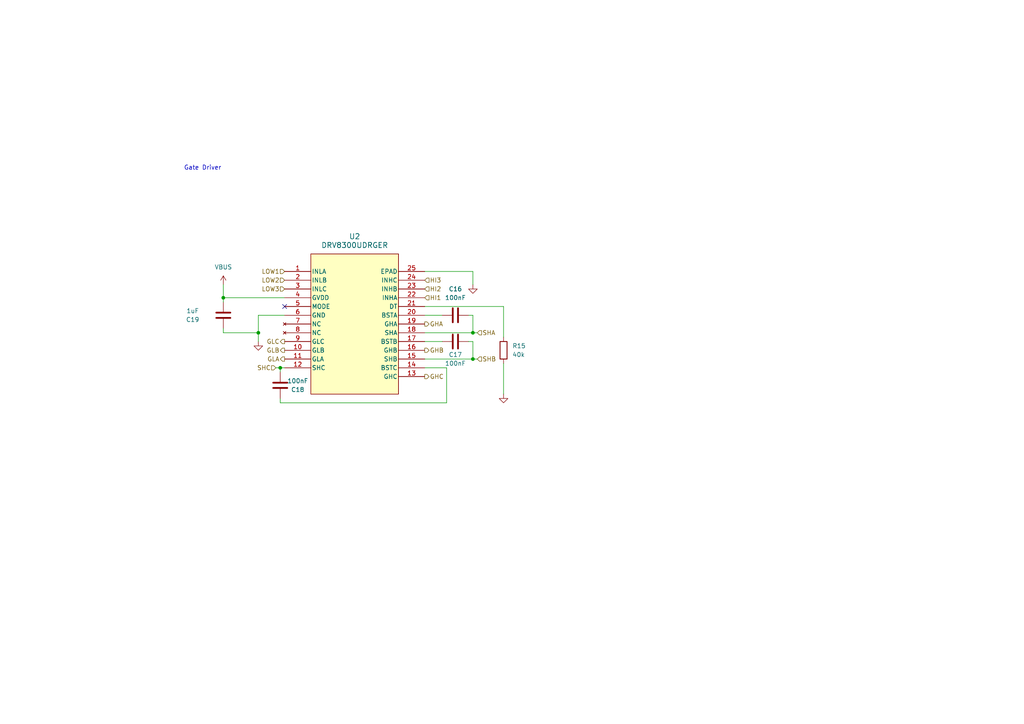
<source format=kicad_sch>
(kicad_sch (version 20230121) (generator eeschema)
  (paper "A4")
  (lib_symbols
    (symbol "Device:C" (pin_numbers hide) (pin_names (offset 0.254))
      (property "Reference" "C" (at 0.635 2.54 0))
      (property "Value" "C" (at 0.635 -2.54 0))
      (symbol "C_0_1"
        (polyline (pts (xy -2.032 -0.762) (xy 2.032 -0.762)) (stroke (width 0.508)))
        (polyline (pts (xy -2.032 0.762) (xy 2.032 0.762)) (stroke (width 0.508)))
      )
      (symbol "C_1_1"
        (pin passive line (at 0 3.81 270) (length 2.794) (name "~") (number "1"))
        (pin passive line (at 0 -3.81 90) (length 2.794) (name "~") (number "2"))
      )
    )
    (symbol "Device:R" (pin_numbers hide) (pin_names (offset 0))
      (property "Reference" "R" (at 2.032 0 90))
      (property "Value" "R" (at 0 0 90))
      (symbol "R_0_1"
        (rectangle (start -1.016 -2.54) (end 1.016 2.54) (stroke (width 0.254)))
      )
      (symbol "R_1_1"
        (pin passive line (at 0 3.81 270) (length 1.27) (name "~") (number "1"))
        (pin passive line (at 0 -3.81 90) (length 1.27) (name "~") (number "2"))
      )
    )
    (symbol "Driver_Motor:DRV8300UDRGER" (pin_names (offset 0.254))
      (property "Reference" "U" (at 20.32 10.16 0))
      (property "Value" "DRV8300UDRGER" (at 20.32 7.62 0))
      (symbol "DRV8300UDRGER_0_1"
        (polyline (pts (xy 7.62 -35.56) (xy 33.02 -35.56)) (stroke (width 0.127)))
        (polyline (pts (xy 7.62 5.08) (xy 7.62 -35.56)) (stroke (width 0.127)))
        (polyline (pts (xy 33.02 -35.56) (xy 33.02 5.08)) (stroke (width 0.127)))
        (polyline (pts (xy 33.02 5.08) (xy 7.62 5.08)) (stroke (width 0.127)))
        (pin input line (at 0 0 0) (length 7.62) (name "INLA") (number "1"))
        (pin output line (at 0 -22.86 0) (length 7.62) (name "GLB") (number "10"))
        (pin output line (at 0 -25.4 0) (length 7.62) (name "GLA") (number "11"))
        (pin input line (at 0 -27.94 0) (length 7.62) (name "SHC") (number "12"))
        (pin output line (at 40.64 -30.48 180) (length 7.62) (name "GHC") (number "13"))
        (pin output line (at 40.64 -27.94 180) (length 7.62) (name "BSTC") (number "14"))
        (pin input line (at 40.64 -25.4 180) (length 7.62) (name "SHB") (number "15"))
        (pin output line (at 40.64 -22.86 180) (length 7.62) (name "GHB") (number "16"))
        (pin output line (at 40.64 -20.32 180) (length 7.62) (name "BSTB") (number "17"))
        (pin input line (at 40.64 -17.78 180) (length 7.62) (name "SHA") (number "18"))
        (pin output line (at 40.64 -15.24 180) (length 7.62) (name "GHA") (number "19"))
        (pin input line (at 0 -2.54 0) (length 7.62) (name "INLB") (number "2"))
        (pin output line (at 40.64 -12.7 180) (length 7.62) (name "BSTA") (number "20"))
        (pin input line (at 40.64 -10.16 180) (length 7.62) (name "DT") (number "21"))
        (pin input line (at 40.64 -7.62 180) (length 7.62) (name "INHA") (number "22"))
        (pin input line (at 40.64 -5.08 180) (length 7.62) (name "INHB") (number "23"))
        (pin input line (at 40.64 -2.54 180) (length 7.62) (name "INHC") (number "24"))
        (pin unspecified line (at 40.64 0 180) (length 7.62) (name "EPAD") (number "25"))
        (pin input line (at 0 -5.08 0) (length 7.62) (name "INLC") (number "3"))
        (pin power_in line (at 0 -7.62 0) (length 7.62) (name "GVDD") (number "4"))
        (pin input line (at 0 -10.16 0) (length 7.62) (name "MODE") (number "5"))
        (pin power_out line (at 0 -12.7 0) (length 7.62) (name "GND") (number "6"))
        (pin no_connect line (at 0 -15.24 0) (length 7.62) (name "NC") (number "7"))
        (pin no_connect line (at 0 -17.78 0) (length 7.62) (name "NC") (number "8"))
        (pin output line (at 0 -20.32 0) (length 7.62) (name "GLC") (number "9"))
      )
      (symbol "DRV8300UDRGER_1_1"
        (rectangle (start 7.62 5.08) (end 33.02 -35.56) (fill (type background)))
      )
    )
    (symbol "power:GND" (power) (pin_names (offset 0))
      (property "Value" "GND" (at 0 -3.81 0))
      (symbol "GND_0_1"
        (polyline (pts (xy 0 0) (xy 0 -1.27) (xy 1.27 -1.27) (xy 0 -2.54) (xy -1.27 -1.27) (xy 0 -1.27)))
      )
      (symbol "GND_1_1"
        (pin power_in line (at 0 0 270) (length 0) hide (name "GND") (number "1"))
      )
    )
    (symbol "power:VBUS" (power) (pin_names (offset 0))
      (property "Value" "VBUS" (at 0 3.81 0))
      (symbol "VBUS_0_1"
        (polyline (pts (xy -0.762 1.27) (xy 0 2.54)))
        (polyline (pts (xy 0 0) (xy 0 2.54)))
        (polyline (pts (xy 0 2.54) (xy 0.762 1.27)))
      )
      (symbol "VBUS_1_1"
        (pin power_in line (at 0 0 90) (length 0) hide (name "VBUS") (number "1"))
      )
    )
  )
  (junction (at 74.93 96.52))
  (junction (at 81.28 106.68))
  (junction (at 64.77 86.36))
  (junction (at 137.16 96.52))
  (junction (at 137.16 104.14))
  (no_connect (at 82.55 88.9))
  (wire (pts (xy 146.05 88.9) (xy 146.05 97.79)))
  (wire (pts (xy 129.54 106.68) (xy 129.54 116.84)))
  (wire (pts (xy 81.28 106.68) (xy 82.55 106.68)))
  (wire (pts (xy 123.19 96.52) (xy 137.16 96.52)))
  (wire (pts (xy 64.77 96.52) (xy 64.77 95.25)))
  (wire (pts (xy 74.93 99.06) (xy 74.93 96.52)))
  (wire (pts (xy 80.01 106.68) (xy 81.28 106.68)))
  (wire (pts (xy 146.05 105.41) (xy 146.05 114.3)))
  (wire (pts (xy 123.19 91.44) (xy 128.27 91.44)))
  (wire (pts (xy 135.89 99.06) (xy 137.16 99.06)))
  (wire (pts (xy 123.19 99.06) (xy 128.27 99.06)))
  (wire (pts (xy 137.16 78.74) (xy 123.19 78.74)))
  (wire (pts (xy 74.93 91.44) (xy 74.93 96.52)))
  (wire (pts (xy 81.28 116.84) (xy 129.54 116.84)))
  (wire (pts (xy 137.16 99.06) (xy 137.16 104.14)))
  (wire (pts (xy 137.16 91.44) (xy 135.89 91.44)))
  (wire (pts (xy 137.16 82.55) (xy 137.16 78.74)))
  (wire (pts (xy 74.93 91.44) (xy 82.55 91.44)))
  (wire (pts (xy 138.43 104.14) (xy 137.16 104.14)))
  (wire (pts (xy 64.77 96.52) (xy 74.93 96.52)))
  (wire (pts (xy 137.16 91.44) (xy 137.16 96.52)))
  (wire (pts (xy 64.77 86.36) (xy 82.55 86.36)))
  (wire (pts (xy 123.19 106.68) (xy 129.54 106.68)))
  (wire (pts (xy 138.43 96.52) (xy 137.16 96.52)))
  (wire (pts (xy 137.16 104.14) (xy 123.19 104.14)))
  (wire (pts (xy 64.77 82.55) (xy 64.77 86.36)))
  (wire (pts (xy 81.28 116.84) (xy 81.28 115.57)))
  (wire (pts (xy 123.19 88.9) (xy 146.05 88.9)))
  (wire (pts (xy 64.77 86.36) (xy 64.77 87.63)))
  (wire (pts (xy 81.28 106.68) (xy 81.28 107.95)))
  (text "Gate Driver\n" (at 53.34 49.53 0) (effects (font (size 1.27 1.27)) (justify left bottom)))
  (hierarchical_label "HI3" (shape input) (at 123.19 81.28 0))
  (hierarchical_label "GHC" (shape output) (at 123.19 109.22 0))
  (hierarchical_label "GLC" (shape output) (at 82.55 99.06 180))
  (hierarchical_label "HI1" (shape input) (at 123.19 86.36 0))
  (hierarchical_label "GLA" (shape output) (at 82.55 104.14 180))
  (hierarchical_label "SHC" (shape input) (at 80.01 106.68 180))
  (hierarchical_label "HI2" (shape input) (at 123.19 83.82 0))
  (hierarchical_label "LOW3" (shape input) (at 82.55 83.82 180))
  (hierarchical_label "LOW2" (shape input) (at 82.55 81.28 180))
  (hierarchical_label "GHA" (shape output) (at 123.19 93.98 0))
  (hierarchical_label "GHB" (shape output) (at 123.19 101.6 0))
  (hierarchical_label "SHA" (shape input) (at 138.43 96.52 0))
  (hierarchical_label "GLB" (shape output) (at 82.55 101.6 180))
  (hierarchical_label "SHB" (shape input) (at 138.43 104.14 0))
  (hierarchical_label "LOW1" (shape input) (at 82.55 78.74 180))
  (symbol (lib_id "Device:R") (at 146.05 101.6 0) (unit 1)
    (property "Reference" "R15" (at 148.59 100.33 0) (effects (justify left)))
    (property "Value" "40k" (at 148.59 102.87 0) (effects (justify left)))
  )
  (symbol (lib_id "Device:C") (at 132.08 99.06 90) (unit 1)
    (property "Reference" "C17" (at 132.08 102.87 90))
    (property "Value" "100nF" (at 132.08 105.41 90))
  )
  (symbol (lib_id "power:GND") (at 74.93 99.06 0) (unit 1)
    (property "Reference" "#PWR07" (effects hide))
    (property "Value" "GND" (effects hide))
    (instances (project "BLDC_ESC" (path "" (reference "#PWR07") (unit 1)) (path "" (reference "#PWR018") (unit 1))))
  )
  (symbol (lib_id "Device:C") (at 132.08 91.44 90) (unit 1)
    (property "Reference" "C16" (at 132.08 83.82 90))
    (property "Value" "100nF" (at 132.08 86.36 90))
  )
  (symbol (lib_id "power:GND") (at 146.05 114.3 0) (unit 1)
    (property "Reference" "#PWR07" (effects hide))
    (property "Value" "GND" (effects hide))
    (instances (project "BLDC_ESC" (path "" (reference "#PWR07") (unit 1)) (path "" (reference "#PWR023") (unit 1))))
  )
  (symbol (lib_id "power:GND") (at 137.16 82.55 0) (unit 1)
    (property "Reference" "#PWR07" (effects hide))
    (property "Value" "GND" (effects hide))
    (instances (project "BLDC_ESC" (path "" (reference "#PWR07") (unit 1)) (path "" (reference "#PWR024") (unit 1))))
  )
  (symbol (lib_id "Device:C") (at 81.28 111.76 180) (unit 1)
    (property "Reference" "C18" (at 86.36 113.03 0))
    (property "Value" "100nF" (at 86.36 110.49 0))
  )
  (symbol (lib_id "power:VBUS") (at 64.77 82.55 0) (unit 1)
    (property "Reference" "#PWR0125" (effects hide))
    (property "Value" "VBUS" (at 64.77 77.47 0))
    (instances (project "power" (path "" (reference "#PWR0125") (unit 1))) (project "Power" (path "" (reference "#PWR03") (unit 1))) (project "actuation" (path "" (reference "#PWR0125") (unit 1))) (project "Flight_Board" (path "" (reference "#PWR0125") (unit 1))) (project "BLDC_ESC" (path "" (reference "#PWR034") (unit 1)) (path "" (reference "#PWR06") (unit 1))))
  )
  (symbol (lib_id "Driver_Motor:DRV8300UDRGER") (at 82.55 78.74 0) (unit 1)
    (property "Reference" "U2" (at 102.87 68.58 0) (effects (font (size 1.524 1.524))))
    (property "Value" "DRV8300UDRGER" (at 102.87 71.12 0) (effects (font (size 1.524 1.524))))
    (property "Footprint" "WQFN_0DRGER_TEX" (effects hide))
    (property "Datasheet" "DRV8300UDRGER" (effects hide))
  )
  (symbol (lib_id "Device:C") (at 64.77 91.44 180) (unit 1)
    (property "Reference" "C19" (at 55.88 92.71 0))
    (property "Value" "1uF" (at 55.88 90.17 0))
  )
)
</source>
